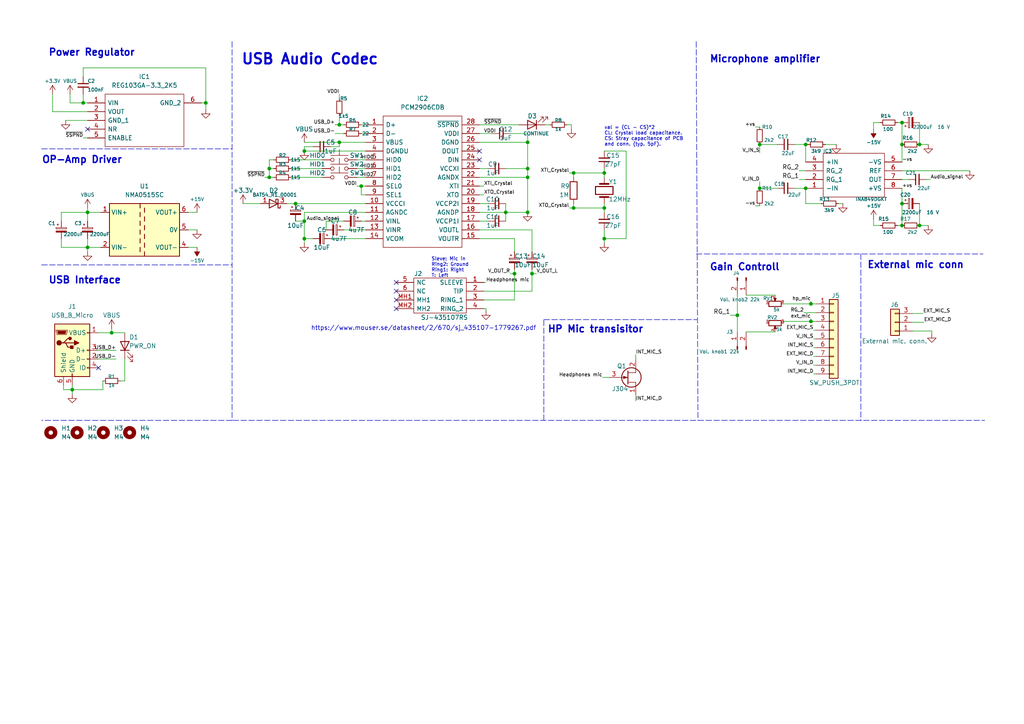
<source format=kicad_sch>
(kicad_sch (version 20211123) (generator eeschema)
  (paper "A4")
  (lib_symbols
    (symbol "Connector:Conn_01x02_Male" (pin_names (offset 1.016) hide)
      (property "Reference" "J" (at 0 2.54 0))
      (property "Value" "Conn_01x02_Male" (at 0 -5.08 0))
      (symbol "Conn_01x02_Male_1_1"
        (pin passive line (at 5.08 0 180) (length 3.81) (name "Pin_1") (number "1"))
        (pin passive line (at 5.08 -2.54 180) (length 3.81) (name "Pin_2") (number "2"))
      )
    )
    (symbol "Connector:USB_B_Micro" (pin_names (offset 1.016))
      (property "Reference" "J" (at -5.08 11.43 0))
      (property "Value" "USB_B_Micro" (at -5.08 8.89 0))
      (symbol "USB_B_Micro_1_1"
        (pin power_out line (at 7.62 5.08 180) (length 2.54) (name "VBUS") (number "1"))
        (pin bidirectional line (at 7.62 -2.54 180) (length 2.54) (name "D-") (number "2"))
        (pin bidirectional line (at 7.62 0 180) (length 2.54) (name "D+") (number "3"))
        (pin passive line (at 7.62 -5.08 180) (length 2.54) (name "ID") (number "4"))
        (pin power_out line (at 0 -10.16 90) (length 2.54) (name "GND") (number "5"))
        (pin passive line (at -2.54 -10.16 90) (length 2.54) (name "Shield") (number "6"))
      )
    )
    (symbol "Connector_Generic:Conn_01x03" (pin_names (offset 1.016) hide)
      (property "Reference" "J" (at 0 5.08 0))
      (property "Value" "Conn_01x03" (at 0 -5.08 0))
      (symbol "Conn_01x03_1_1"
        (pin passive line (at -5.08 2.54 0) (length 3.81) (name "Pin_1") (number "1"))
        (pin passive line (at -5.08 0 0) (length 3.81) (name "Pin_2") (number "2"))
        (pin passive line (at -5.08 -2.54 0) (length 3.81) (name "Pin_3") (number "3"))
      )
    )
    (symbol "Connector_Generic:Conn_01x09" (pin_names (offset 1.016) hide)
      (property "Reference" "J" (at 0 12.7 0))
      (property "Value" "Conn_01x09" (at 0 -12.7 0))
      (symbol "Conn_01x09_1_1"
        (pin passive line (at -5.08 10.16 0) (length 3.81) (name "Pin_1") (number "1"))
        (pin passive line (at -5.08 7.62 0) (length 3.81) (name "Pin_2") (number "2"))
        (pin passive line (at -5.08 5.08 0) (length 3.81) (name "Pin_3") (number "3"))
        (pin passive line (at -5.08 2.54 0) (length 3.81) (name "Pin_4") (number "4"))
        (pin passive line (at -5.08 0 0) (length 3.81) (name "Pin_5") (number "5"))
        (pin passive line (at -5.08 -2.54 0) (length 3.81) (name "Pin_6") (number "6"))
        (pin passive line (at -5.08 -5.08 0) (length 3.81) (name "Pin_7") (number "7"))
        (pin passive line (at -5.08 -7.62 0) (length 3.81) (name "Pin_8") (number "8"))
        (pin passive line (at -5.08 -10.16 0) (length 3.81) (name "Pin_9") (number "9"))
      )
    )
    (symbol "Device:C_Polarized_Small" (pin_numbers hide) (pin_names (offset 0.254) hide)
      (property "Reference" "C" (at 0.254 1.778 0))
      (property "Value" "C_Polarized_Small" (at 0.254 -2.032 0))
      (symbol "C_Polarized_Small_1_1"
        (pin passive line (at 0 2.54 270) (length 1.8542) (name "~") (number "1"))
        (pin passive line (at 0 -2.54 90) (length 1.8542) (name "~") (number "2"))
      )
    )
    (symbol "Device:C_Small" (pin_numbers hide) (pin_names (offset 0.254) hide)
      (property "Reference" "C" (at 0.254 1.778 0))
      (property "Value" "C_Small" (at 0.254 -2.032 0))
      (symbol "C_Small_1_1"
        (pin passive line (at 0 2.54 270) (length 2.032) (name "~") (number "1"))
        (pin passive line (at 0 -2.54 90) (length 2.032) (name "~") (number "2"))
      )
    )
    (symbol "Device:Crystal" (pin_numbers hide) (pin_names (offset 1.016) hide)
      (property "Reference" "Y" (at 0 3.81 0))
      (property "Value" "Crystal" (at 0 -3.81 0))
      (symbol "Crystal_1_1"
        (pin passive line (at -3.81 0 0) (length 1.27) (name "1") (number "1"))
        (pin passive line (at 3.81 0 180) (length 1.27) (name "2") (number "2"))
      )
    )
    (symbol "Device:LED" (pin_numbers hide) (pin_names (offset 1.016) hide)
      (property "Reference" "D" (at 0 2.54 0))
      (property "Value" "LED" (at 0 -2.54 0))
      (symbol "LED_1_1"
        (pin passive line (at -3.81 0 0) (length 2.54) (name "K") (number "1"))
        (pin passive line (at 3.81 0 180) (length 2.54) (name "A") (number "2"))
      )
    )
    (symbol "Device:R" (pin_numbers hide) (pin_names (offset 0))
      (property "Reference" "R" (at 2.032 0 90))
      (property "Value" "R" (at 0 0 90))
      (symbol "R_1_1"
        (pin passive line (at 0 3.81 270) (length 1.27) (name "~") (number "1"))
        (pin passive line (at 0 -3.81 90) (length 1.27) (name "~") (number "2"))
      )
    )
    (symbol "Device:R_Potentiometer_Small" (pin_names (offset 1.016) hide)
      (property "Reference" "RV" (at -4.445 0 90))
      (property "Value" "R_Potentiometer_Small" (at -2.54 0 90))
      (symbol "R_Potentiometer_Small_1_1"
        (pin passive line (at 0 2.54 270) (length 0.635) (name "1") (number "1"))
        (pin passive line (at 2.54 0 180) (length 0.9906) (name "2") (number "2"))
        (pin passive line (at 0 -2.54 90) (length 0.635) (name "3") (number "3"))
      )
    )
    (symbol "Device:R_Small" (pin_numbers hide) (pin_names (offset 0.254) hide)
      (property "Reference" "R" (at 0.762 0.508 0))
      (property "Value" "R_Small" (at 0.762 -1.016 0))
      (symbol "R_Small_1_1"
        (pin passive line (at 0 2.54 270) (length 0.762) (name "~") (number "1"))
        (pin passive line (at 0 -2.54 90) (length 0.762) (name "~") (number "2"))
      )
    )
    (symbol "Diode:BAT54W" (pin_names (offset 1.016) hide)
      (property "Reference" "D" (at 0 2.54 0))
      (property "Value" "BAT54W" (at 0 -2.54 0))
      (symbol "BAT54W_1_1"
        (pin passive line (at 3.81 0 180) (length 2.54) (name "A") (number "1"))
        (pin no_connect line (at 0 0 90) (length 2.54) hide (name "NC") (number "2"))
        (pin passive line (at -3.81 0 0) (length 2.54) (name "K") (number "3"))
      )
    )
    (symbol "Mechanical:MountingHole" (pin_names (offset 1.016))
      (property "Reference" "H" (at 0 5.08 0))
      (property "Value" "MountingHole" (at 0 3.175 0))
    )
    (symbol "Regulator_Switching:NMA0515SC"
      (property "Reference" "U" (at -10.16 8.89 0))
      (property "Value" "NMA0515SC" (at 0 8.89 0))
      (symbol "NMA0515SC_1_1"
        (pin power_in line (at -12.7 5.08 0) (length 2.54) (name "VIN+") (number "1"))
        (pin power_in line (at -12.7 -5.08 0) (length 2.54) (name "VIN-") (number "2"))
        (pin power_out line (at 12.7 -5.08 180) (length 2.54) (name "VOUT-") (number "4"))
        (pin power_out line (at 12.7 0 180) (length 2.54) (name "0V") (number "5"))
        (pin power_out line (at 12.7 5.08 180) (length 2.54) (name "VOUT+") (number "6"))
      )
    )
    (symbol "Switch:SW_Push" (pin_numbers hide) (pin_names (offset 1.016) hide)
      (property "Reference" "SW" (at 1.27 2.54 0))
      (property "Value" "SW_Push" (at 0 -1.524 0))
      (symbol "SW_Push_0_1"
        (pin passive line (at -5.08 0 0) (length 2.54) (name "1") (number "1"))
        (pin passive line (at 5.08 0 180) (length 2.54) (name "2") (number "2"))
      )
    )
    (symbol "Transistor_FET:BF545B" (pin_names hide)
      (property "Reference" "Q" (at 5.08 1.905 0))
      (property "Value" "BF545B" (at 5.08 0 0))
      (symbol "BF545B_1_1"
        (pin passive line (at 2.54 -5.08 90) (length 2.54) (name "S") (number "1"))
        (pin passive line (at 2.54 5.08 270) (length 2.54) (name "D") (number "2"))
        (pin input line (at -5.08 0 0) (length 2.54) (name "G") (number "3"))
      )
    )
    (symbol "global_lib:INA849DGKT" (pin_names (offset 0.762))
      (property "Reference" "IC" (at 24.13 7.62 0))
      (property "Value" "INA849DGKT" (at 24.13 5.08 0))
      (symbol "INA849DGKT_0_0"
        (pin passive line (at 0 0 0) (length 5.08) (name "-IN") (number "1"))
        (pin passive line (at 0 -2.54 0) (length 5.08) (name "RG_1") (number "2"))
        (pin passive line (at 0 -5.08 0) (length 5.08) (name "RG_2") (number "3"))
        (pin passive line (at 0 -7.62 0) (length 5.08) (name "+IN") (number "4"))
        (pin passive line (at 27.94 -7.62 180) (length 5.08) (name "-VS") (number "5"))
        (pin passive line (at 27.94 -5.08 180) (length 5.08) (name "REF") (number "6"))
        (pin passive line (at 27.94 -2.54 180) (length 5.08) (name "OUT") (number "7"))
        (pin passive line (at 27.94 0 180) (length 5.08) (name "+VS") (number "8"))
      )
    )
    (symbol "global_lib:PCM2906CDB" (pin_names (offset 0.762))
      (property "Reference" "IC" (at 5.08 6.35 0))
      (property "Value" "PCM2906CDB" (at 5.08 3.81 0))
      (symbol "PCM2906CDB_0_0"
        (pin passive line (at 0 0 0) (length 5.08) (name "D+") (number "1"))
        (pin passive line (at 0 -22.86 0) (length 5.08) (name "VCCCI") (number "10"))
        (pin passive line (at 0 -25.4 0) (length 5.08) (name "AGNDC") (number "11"))
        (pin passive line (at 0 -27.94 0) (length 5.08) (name "VINL") (number "12"))
        (pin passive line (at 0 -30.48 0) (length 5.08) (name "VINR") (number "13"))
        (pin passive line (at 0 -33.02 0) (length 5.08) (name "VCOM") (number "14"))
        (pin passive line (at 33.02 -33.02 180) (length 5.08) (name "VOUTR") (number "15"))
        (pin passive line (at 33.02 -30.48 180) (length 5.08) (name "VOUTL") (number "16"))
        (pin passive line (at 33.02 -27.94 180) (length 5.08) (name "VCCP1I") (number "17"))
        (pin passive line (at 33.02 -25.4 180) (length 5.08) (name "AGNDP") (number "18"))
        (pin passive line (at 33.02 -22.86 180) (length 5.08) (name "VCCP2I") (number "19"))
        (pin passive line (at 0 -2.54 0) (length 5.08) (name "D-") (number "2"))
        (pin passive line (at 33.02 -20.32 180) (length 5.08) (name "XTO") (number "20"))
        (pin passive line (at 33.02 -17.78 180) (length 5.08) (name "XTI") (number "21"))
        (pin passive line (at 33.02 -15.24 180) (length 5.08) (name "AGNDX") (number "22"))
        (pin passive line (at 33.02 -12.7 180) (length 5.08) (name "VCCXI") (number "23"))
        (pin passive line (at 33.02 -10.16 180) (length 5.08) (name "DIN") (number "24"))
        (pin passive line (at 33.02 -7.62 180) (length 5.08) (name "DOUT") (number "25"))
        (pin passive line (at 33.02 -5.08 180) (length 5.08) (name "DGND") (number "26"))
        (pin passive line (at 33.02 -2.54 180) (length 5.08) (name "VDDI") (number "27"))
        (pin passive line (at 33.02 0 180) (length 5.08) (name "~{SSPND}") (number "28"))
        (pin passive line (at 0 -5.08 0) (length 5.08) (name "VBUS") (number "3"))
        (pin passive line (at 0 -7.62 0) (length 5.08) (name "DGNDU") (number "4"))
        (pin passive line (at 0 -10.16 0) (length 5.08) (name "HID0") (number "5"))
        (pin passive line (at 0 -12.7 0) (length 5.08) (name "HID1") (number "6"))
        (pin passive line (at 0 -15.24 0) (length 5.08) (name "HID2") (number "7"))
        (pin passive line (at 0 -17.78 0) (length 5.08) (name "SEL0") (number "8"))
        (pin passive line (at 0 -20.32 0) (length 5.08) (name "SEL1") (number "9"))
      )
    )
    (symbol "global_lib:REG103GA-3.3_2K5" (pin_names (offset 0.762))
      (property "Reference" "IC" (at 29.21 7.62 0))
      (property "Value" "REG103GA-3.3_2K5" (at 29.21 5.08 0))
      (symbol "REG103GA-3.3_2K5_0_0"
        (pin passive line (at 0 0 0) (length 5.08) (name "VIN") (number "1"))
        (pin passive line (at 0 -2.54 0) (length 5.08) (name "VOUT") (number "2"))
        (pin passive line (at 0 -5.08 0) (length 5.08) (name "GND_1") (number "3"))
        (pin passive line (at 0 -7.62 0) (length 5.08) (name "NR") (number "4"))
        (pin passive line (at 0 -10.16 0) (length 5.08) (name "ENABLE") (number "5"))
        (pin passive line (at 33.02 0 180) (length 5.08) (name "GND_2") (number "6"))
      )
    )
    (symbol "global_lib:SJ-435107RS" (pin_names (offset 0.762))
      (property "Reference" "J?" (at -6.35 6.35 0))
      (property "Value" "SJ-435107RS" (at 2.54 -6.35 0))
      (symbol "SJ-435107RS_0_0"
        (pin passive line (at -12.7 3.81 0) (length 5.08) (name "SLEEVE") (number "1"))
        (pin passive line (at -12.7 1.27 0) (length 5.08) (name "TIP") (number "2"))
        (pin passive line (at -12.7 -1.27 0) (length 5.08) (name "RING_1") (number "3"))
        (pin passive line (at -12.7 -3.81 0) (length 5.08) (name "RING_2") (number "4"))
        (pin passive line (at 12.7 3.81 180) (length 5.08) (name "NC") (number "5"))
        (pin passive line (at 12.7 1.27 180) (length 5.08) (name "NC") (number "6"))
        (pin passive line (at 12.7 -1.27 180) (length 5.08) (name "MH1") (number "MH1"))
        (pin passive line (at 12.7 -3.81 180) (length 5.08) (name "MH2") (number "MH2"))
      )
    )
    (symbol "power:+15V" (power) (pin_names (offset 0))
      (property "Value" "+15V" (at 0 3.556 0))
      (symbol "+15V_1_1"
        (pin power_in line (at 0 0 90) (length 0) hide (name "+15V") (number "1"))
      )
    )
    (symbol "power:+3.3V" (power) (pin_names (offset 0))
      (property "Value" "+3.3V" (at 0 3.556 0))
      (symbol "+3.3V_1_1"
        (pin power_in line (at 0 0 90) (length 0) hide (name "+3.3V") (number "1"))
      )
    )
    (symbol "power:-15V" (power) (pin_names (offset 0))
      (property "Value" "-15V" (at 0 3.81 0))
      (symbol "-15V_0_0"
        (pin power_in line (at 0 0 90) (length 0) hide (name "-15V") (number "1"))
      )
    )
    (symbol "power:GND" (power) (pin_names (offset 0))
      (property "Value" "GND" (at 0 -3.81 0))
      (symbol "GND_1_1"
        (pin power_in line (at 0 0 270) (length 0) hide (name "GND") (number "1"))
      )
    )
    (symbol "power:VBUS" (power) (pin_names (offset 0))
      (property "Value" "VBUS" (at 0 3.81 0))
      (symbol "VBUS_1_1"
        (pin power_in line (at 0 0 90) (length 0) hide (name "VBUS") (number "1"))
      )
    )
  )
  (junction (at 266.7 41.91))
  (junction (at 235.204 93.218))
  (junction (at 261.62 35.56))
  (junction (at 20.955 113.03))
  (junction (at 153.035 41.275))
  (junction (at 175.26 69.215))
  (junction (at 175.26 50.165))
  (junction (at 166.37 60.325))
  (junction (at 59.69 29.845))
  (junction (at 235.204 88.138))
  (junction (at 149.225 79.375))
  (junction (at 98.425 41.275))
  (junction (at 266.7 65.405))
  (junction (at 261.62 41.91))
  (junction (at 213.868 91.44))
  (junction (at 153.035 61.595))
  (junction (at 32.385 96.52))
  (junction (at 104.775 53.975))
  (junction (at 166.37 50.165))
  (junction (at 220.345 41.91))
  (junction (at 154.305 79.375))
  (junction (at 78.105 48.895))
  (junction (at 25.4 61.595))
  (junction (at 24.13 29.845))
  (junction (at 175.26 60.325))
  (junction (at 146.685 61.595))
  (junction (at 88.265 43.815))
  (junction (at 25.4 71.755))
  (junction (at 220.345 54.61))
  (junction (at 88.265 69.215))
  (junction (at 261.62 65.405))
  (junction (at 261.62 59.055))
  (junction (at 88.265 64.135))
  (junction (at 233.68 54.61))
  (junction (at 98.425 36.195))
  (junction (at 153.035 51.435))
  (junction (at 78.105 51.435))
  (junction (at 233.68 41.91))
  (junction (at 153.035 48.895))
  (junction (at 85.725 59.055))
  (no_connect (at 114.935 86.995))
  (no_connect (at 25.4 37.465))
  (no_connect (at 139.065 43.815))
  (no_connect (at 114.935 84.455))
  (no_connect (at 114.935 81.915))
  (no_connect (at 28.575 106.68))
  (no_connect (at 114.935 89.535))
  (no_connect (at 139.065 46.355))
  (wire (pts (xy 88.265 70.485) (xy 88.265 69.215)))
  (wire (pts (xy 58.42 29.845) (xy 59.69 29.845)))
  (wire (pts (xy 165.1 60.325) (xy 166.37 60.325)))
  (wire (pts (xy 97.155 38.735) (xy 99.695 38.735)))
  (wire (pts (xy 231.775 49.53) (xy 233.68 49.53)))
  (wire (pts (xy 261.62 52.07) (xy 263.525 52.07)))
  (wire (pts (xy 154.305 84.455) (xy 140.335 84.455)))
  (wire (pts (xy 154.305 79.375) (xy 154.305 84.455)))
  (wire (pts (xy 233.68 41.91) (xy 233.68 46.99)))
  (wire (pts (xy 181.61 43.815) (xy 181.61 69.215)))
  (wire (pts (xy 104.775 53.975) (xy 104.775 56.515)))
  (wire (pts (xy 243.205 59.055) (xy 244.475 59.055)))
  (wire (pts (xy 88.265 42.545) (xy 88.265 43.815)))
  (wire (pts (xy 233.68 59.055) (xy 238.125 59.055)))
  (wire (pts (xy 165.735 36.195) (xy 165.735 37.465)))
  (wire (pts (xy 216.408 96.266) (xy 224.79 96.266)))
  (wire (pts (xy 140.97 89.535) (xy 140.97 90.17)))
  (wire (pts (xy 266.7 59.055) (xy 266.7 65.405)))
  (wire (pts (xy 78.105 48.895) (xy 79.375 48.895)))
  (wire (pts (xy 15.24 27.305) (xy 15.24 32.385)))
  (wire (pts (xy 103.505 53.975) (xy 104.775 53.975)))
  (wire (pts (xy 227.33 93.218) (xy 235.204 93.218)))
  (wire (pts (xy 20.955 113.03) (xy 20.955 114.3)))
  (wire (pts (xy 139.065 64.135) (xy 141.605 64.135)))
  (wire (pts (xy 216.408 85.598) (xy 224.79 85.598)))
  (wire (pts (xy 235.204 87.376) (xy 235.204 88.138)))
  (wire (pts (xy 24.13 27.305) (xy 24.13 29.845)))
  (wire (pts (xy 235.966 105.918) (xy 236.728 105.918)))
  (wire (pts (xy 227.33 88.138) (xy 235.204 88.138)))
  (wire (pts (xy 261.62 41.91) (xy 261.62 46.99)))
  (wire (pts (xy 88.265 61.595) (xy 106.045 61.595)))
  (wire (pts (xy 166.37 50.165) (xy 166.37 51.435)))
  (wire (pts (xy 184.404 114.554) (xy 184.404 116.332)))
  (wire (pts (xy 235.966 108.458) (xy 236.728 108.458)))
  (wire (pts (xy 140.335 56.515) (xy 139.065 56.515)))
  (wire (pts (xy 175.26 59.055) (xy 175.26 60.325)))
  (polyline (pts (xy 67.564 121.92) (xy 202.184 121.92)))
  (wire (pts (xy 83.185 59.055) (xy 85.725 59.055)))
  (wire (pts (xy 36.195 104.14) (xy 36.195 110.49)))
  (wire (pts (xy 24.13 40.005) (xy 25.4 40.005)))
  (wire (pts (xy 76.835 51.435) (xy 78.105 51.435)))
  (wire (pts (xy 235.966 103.378) (xy 236.728 103.378)))
  (wire (pts (xy 261.62 49.53) (xy 281.305 49.53)))
  (wire (pts (xy 233.172 90.678) (xy 236.728 90.678)))
  (wire (pts (xy 84.455 46.355) (xy 93.345 46.355)))
  (wire (pts (xy 175.26 50.165) (xy 175.26 51.435)))
  (wire (pts (xy 88.265 43.815) (xy 106.045 43.815)))
  (wire (pts (xy 79.375 46.355) (xy 78.105 46.355)))
  (wire (pts (xy 153.035 38.735) (xy 153.035 41.275)))
  (wire (pts (xy 146.685 59.055) (xy 146.685 61.595)))
  (wire (pts (xy 88.265 69.215) (xy 88.265 64.135)))
  (wire (pts (xy 174.752 109.474) (xy 176.784 109.474)))
  (wire (pts (xy 154.305 78.105) (xy 154.305 79.375)))
  (wire (pts (xy 165.1 50.165) (xy 166.37 50.165)))
  (wire (pts (xy 264.668 90.932) (xy 267.716 90.932)))
  (wire (pts (xy 213.868 85.598) (xy 213.868 91.44)))
  (wire (pts (xy 104.775 64.135) (xy 106.045 64.135)))
  (wire (pts (xy 28.575 96.52) (xy 32.385 96.52)))
  (wire (pts (xy 59.69 19.685) (xy 24.13 19.685)))
  (wire (pts (xy 219.075 36.83) (xy 220.345 36.83)))
  (polyline (pts (xy 201.93 73.66) (xy 285.115 73.66)))
  (wire (pts (xy 235.966 100.838) (xy 236.728 100.838)))
  (wire (pts (xy 24.13 19.685) (xy 24.13 22.225)))
  (polyline (pts (xy 157.734 92.71) (xy 202.184 92.71)))
  (wire (pts (xy 18.415 111.76) (xy 18.415 113.03)))
  (wire (pts (xy 261.62 59.055) (xy 261.62 65.405)))
  (wire (pts (xy 18.415 113.03) (xy 20.955 113.03)))
  (wire (pts (xy 20.955 111.76) (xy 20.955 113.03)))
  (wire (pts (xy 29.845 110.49) (xy 29.845 113.03)))
  (wire (pts (xy 95.885 42.545) (xy 98.425 42.545)))
  (wire (pts (xy 24.13 29.845) (xy 25.4 29.845)))
  (wire (pts (xy 54.61 66.675) (xy 57.15 66.675)))
  (wire (pts (xy 54.61 71.755) (xy 57.15 71.755)))
  (wire (pts (xy 239.395 41.91) (xy 242.57 41.91)))
  (wire (pts (xy 211.836 91.44) (xy 213.868 91.44)))
  (wire (pts (xy 175.26 43.815) (xy 181.61 43.815)))
  (wire (pts (xy 29.845 113.03) (xy 20.955 113.03)))
  (wire (pts (xy 153.035 51.435) (xy 153.035 61.595)))
  (polyline (pts (xy 12.065 76.835) (xy 67.31 76.835)))
  (wire (pts (xy 17.78 71.755) (xy 25.4 71.755)))
  (wire (pts (xy 15.24 32.385) (xy 25.4 32.385)))
  (wire (pts (xy 85.725 59.055) (xy 106.045 59.055)))
  (wire (pts (xy 149.225 78.105) (xy 149.225 79.375)))
  (wire (pts (xy 104.775 56.515) (xy 106.045 56.515)))
  (wire (pts (xy 261.62 54.61) (xy 261.62 59.055)))
  (wire (pts (xy 94.615 64.135) (xy 99.695 64.135)))
  (wire (pts (xy 139.065 61.595) (xy 146.685 61.595)))
  (wire (pts (xy 20.32 27.305) (xy 20.32 29.845)))
  (wire (pts (xy 97.155 36.195) (xy 98.425 36.195)))
  (wire (pts (xy 25.4 69.215) (xy 25.4 71.755)))
  (wire (pts (xy 261.62 35.56) (xy 261.62 41.91)))
  (wire (pts (xy 88.265 69.215) (xy 90.805 69.215)))
  (wire (pts (xy 175.26 61.595) (xy 175.26 60.325)))
  (wire (pts (xy 90.805 42.545) (xy 88.265 42.545)))
  (wire (pts (xy 154.305 79.375) (xy 155.575 79.375)))
  (wire (pts (xy 270.256 96.012) (xy 270.256 96.774)))
  (wire (pts (xy 25.4 73.025) (xy 25.4 71.755)))
  (wire (pts (xy 84.455 51.435) (xy 93.345 51.435)))
  (polyline (pts (xy 12.065 43.18) (xy 67.31 43.18)))
  (wire (pts (xy 25.4 61.595) (xy 29.21 61.595)))
  (wire (pts (xy 25.4 60.325) (xy 25.4 61.595)))
  (wire (pts (xy 175.26 48.895) (xy 175.26 50.165)))
  (wire (pts (xy 147.955 79.375) (xy 149.225 79.375)))
  (polyline (pts (xy 249.682 73.66) (xy 249.682 121.92)))
  (wire (pts (xy 32.385 96.52) (xy 32.385 95.25)))
  (wire (pts (xy 25.4 61.595) (xy 25.4 64.135)))
  (wire (pts (xy 140.335 81.915) (xy 140.97 81.915)))
  (wire (pts (xy 20.32 29.845) (xy 24.13 29.845)))
  (wire (pts (xy 268.605 52.07) (xy 269.875 52.07)))
  (wire (pts (xy 88.265 64.135) (xy 88.265 61.595)))
  (wire (pts (xy 231.775 52.07) (xy 233.68 52.07)))
  (wire (pts (xy 164.465 36.195) (xy 165.735 36.195)))
  (wire (pts (xy 233.68 54.61) (xy 233.68 59.055)))
  (wire (pts (xy 219.075 59.69) (xy 220.345 59.69)))
  (wire (pts (xy 146.685 48.895) (xy 153.035 48.895)))
  (wire (pts (xy 140.335 53.975) (xy 139.065 53.975)))
  (wire (pts (xy 94.615 66.675) (xy 94.615 64.135)))
  (wire (pts (xy 153.035 41.275) (xy 153.035 48.895)))
  (wire (pts (xy 78.105 51.435) (xy 79.375 51.435)))
  (wire (pts (xy 230.505 54.61) (xy 233.68 54.61)))
  (wire (pts (xy 225.425 54.61) (xy 220.345 54.61)))
  (wire (pts (xy 32.385 96.52) (xy 36.195 96.52)))
  (wire (pts (xy 103.505 51.435) (xy 106.045 51.435)))
  (wire (pts (xy 175.26 69.215) (xy 175.26 70.485)))
  (wire (pts (xy 154.305 66.675) (xy 154.305 73.025)))
  (wire (pts (xy 98.425 27.305) (xy 98.425 28.575)))
  (wire (pts (xy 166.37 60.325) (xy 175.26 60.325)))
  (wire (pts (xy 225.425 41.91) (xy 220.345 41.91)))
  (wire (pts (xy 59.69 19.685) (xy 59.69 29.845)))
  (wire (pts (xy 149.225 79.375) (xy 149.225 86.995)))
  (wire (pts (xy 98.425 42.545) (xy 98.425 41.275)))
  (wire (pts (xy 146.685 61.595) (xy 146.685 64.135)))
  (wire (pts (xy 149.225 86.995) (xy 140.335 86.995)))
  (wire (pts (xy 88.265 41.275) (xy 98.425 41.275)))
  (wire (pts (xy 264.668 96.012) (xy 270.256 96.012)))
  (polyline (pts (xy 67.31 12.065) (xy 67.31 121.92)))
  (wire (pts (xy 103.505 48.895) (xy 106.045 48.895)))
  (wire (pts (xy 139.065 48.895) (xy 141.605 48.895)))
  (wire (pts (xy 158.115 36.195) (xy 159.385 36.195)))
  (wire (pts (xy 139.065 69.215) (xy 149.225 69.215)))
  (wire (pts (xy 213.868 91.44) (xy 213.868 96.266)))
  (wire (pts (xy 253.365 35.56) (xy 253.365 37.465)))
  (wire (pts (xy 140.335 89.535) (xy 140.97 89.535)))
  (wire (pts (xy 175.26 66.675) (xy 175.26 69.215)))
  (wire (pts (xy 147.955 38.735) (xy 153.035 38.735)))
  (wire (pts (xy 235.204 88.138) (xy 236.728 88.138)))
  (wire (pts (xy 54.61 61.595) (xy 57.15 61.595)))
  (wire (pts (xy 85.725 64.135) (xy 88.265 64.135)))
  (wire (pts (xy 235.966 95.758) (xy 236.728 95.758)))
  (wire (pts (xy 220.345 41.91) (xy 220.345 44.3484)))
  (wire (pts (xy 17.78 64.135) (xy 17.78 61.595)))
  (wire (pts (xy 78.105 48.895) (xy 78.105 51.435)))
  (wire (pts (xy 266.7 35.56) (xy 266.7 41.91)))
  (wire (pts (xy 104.775 53.975) (xy 106.045 53.975)))
  (wire (pts (xy 28.575 104.14) (xy 33.655 104.14)))
  (wire (pts (xy 59.69 29.845) (xy 59.69 31.75)))
  (wire (pts (xy 25.4 71.755) (xy 29.21 71.755)))
  (polyline (pts (xy 157.734 121.92) (xy 157.734 92.71)))
  (wire (pts (xy 17.78 69.215) (xy 17.78 71.755)))
  (wire (pts (xy 220.345 52.6796) (xy 220.345 54.61)))
  (wire (pts (xy 98.425 41.275) (xy 106.045 41.275)))
  (polyline (pts (xy 67.31 121.92) (xy 12.065 121.92)))
  (wire (pts (xy 264.668 93.472) (xy 267.97 93.472)))
  (wire (pts (xy 70.485 59.055) (xy 75.565 59.055)))
  (wire (pts (xy 235.966 98.298) (xy 236.728 98.298)))
  (wire (pts (xy 266.7 41.91) (xy 269.24 41.91)))
  (wire (pts (xy 233.68 41.91) (xy 234.315 41.91)))
  (wire (pts (xy 266.7 65.405) (xy 269.24 65.405)))
  (wire (pts (xy 166.37 50.165) (xy 175.26 50.165)))
  (wire (pts (xy 175.26 69.215) (xy 181.61 69.215)))
  (wire (pts (xy 153.035 48.895) (xy 153.035 51.435)))
  (wire (pts (xy 260.35 35.56) (xy 261.62 35.56)))
  (wire (pts (xy 78.105 46.355) (xy 78.105 48.895)))
  (wire (pts (xy 98.425 33.655) (xy 98.425 36.195)))
  (wire (pts (xy 28.575 101.6) (xy 33.655 101.6)))
  (wire (pts (xy 253.365 65.405) (xy 255.27 65.405)))
  (polyline (pts (xy 201.93 12.065) (xy 202.438 121.92)))
  (wire (pts (xy 104.775 38.735) (xy 106.045 38.735)))
  (wire (pts (xy 235.204 93.218) (xy 236.728 93.218)))
  (wire (pts (xy 139.065 41.275) (xy 153.035 41.275)))
  (wire (pts (xy 230.505 41.91) (xy 233.68 41.91)))
  (wire (pts (xy 95.885 69.215) (xy 106.045 69.215)))
  (wire (pts (xy 149.225 69.215) (xy 149.225 73.025)))
  (wire (pts (xy 235.204 92.456) (xy 235.204 93.218)))
  (wire (pts (xy 99.695 66.675) (xy 106.045 66.675)))
  (wire (pts (xy 139.065 36.195) (xy 150.495 36.195)))
  (wire (pts (xy 98.425 36.195) (xy 99.695 36.195)))
  (wire (pts (xy 84.455 48.895) (xy 93.345 48.895)))
  (wire (pts (xy 19.05 34.925) (xy 25.4 34.925)))
  (wire (pts (xy 253.365 63.5) (xy 253.365 65.405)))
  (wire (pts (xy 104.775 36.195) (xy 106.045 36.195)))
  (wire (pts (xy 103.505 46.355) (xy 106.045 46.355)))
  (wire (pts (xy 146.685 61.595) (xy 153.035 61.595)))
  (wire (pts (xy 139.065 51.435) (xy 153.035 51.435)))
  (wire (pts (xy 184.404 102.87) (xy 184.404 104.394)))
  (wire (pts (xy 260.35 65.405) (xy 261.62 65.405)))
  (wire (pts (xy 139.065 38.735) (xy 142.875 38.735)))
  (wire (pts (xy 17.78 61.595) (xy 25.4 61.595)))
  (wire (pts (xy 253.365 35.56) (xy 255.27 35.56)))
  (wire (pts (xy 166.37 60.325) (xy 166.37 59.055)))
  (polyline (pts (xy 202.438 121.92) (xy 285.623 121.92)))
  (wire (pts (xy 139.065 59.055) (xy 141.605 59.055)))
  (wire (pts (xy 36.195 110.49) (xy 34.925 110.49)))
  (wire (pts (xy 227.33 93.726) (xy 227.33 93.218)))
  (wire (pts (xy 139.065 66.675) (xy 154.305 66.675)))
  (text "Sleve: Mic in\nRing2: Ground\nRing1: Right\nT: Left" (at 125.095 80.645 0) (effects (font (size 1 1)) (justify left bottom)))
  (text "OP-Amp Driver" (at 12.065 47.625 0) (effects (font (size 2 2) (thickness 0.4) bold) (justify left bottom)))
  (text "USB Interface" (at 13.97 82.55 0) (effects (font (size 2 2) (thickness 0.4) bold) (justify left bottom)))
  (text "Gain Controll" (at 205.74 78.74 0) (effects (font (size 2 2) (thickness 0.4) bold) (justify left bottom)))
  (text "USB Audio Codec" (at 69.85 19.05 0) (effects (font (size 3 3) (thickness 0.6) bold) (justify left bottom)))
  (text "External mic conn" (at 251.46 78.105 0) (effects (font (size 2 2) (thickness 0.4) bold) (justify left bottom)))
  (text "Power Regulator" (at 13.97 16.51 0) (effects (font (size 2 2) (thickness 0.4) bold) (justify left bottom)))
  (text "val = (CL - CS)*2\nCL: Crystal load capacitance.\nCS: Stray capacitance of PCB \nand conn. (typ. 5pF)." (at 175.26 42.545 0) (effects (font (size 1 1)) (justify left bottom)))
  (text "https://www.mouser.se/datasheet/2/670/sj_435107-1779267.pdf" (at 90.17 96.012 0) (effects (font (size 1.27 1.27)) (justify left bottom)))
  (text "Microphone amplifier" (at 205.74 18.415 0) (effects (font (size 2 2) (thickness 0.4) bold) (justify left bottom)))
  (text "HP Mic transisitor" (at 158.75 96.774 0) (effects (font (size 2 2) (thickness 0.4) bold) (justify left bottom)))
  (label "USB_D-" (at 97.155 38.735 180) (effects (font (size 1 1))))
  (label "RG_1" (at 211.836 91.44 180))
  (label "+vs" (at 261.62 54.61 0) (effects (font (size 1 1))))
  (label "USB_D+" (at 97.155 36.195 180) (effects (font (size 1 1))))
  (label "~{SSPND}" (at 76.835 51.435 180) (effects (font (size 1 1))))
  (label "+vs" (at 219.075 36.83 180) (effects (font (size 1 1))))
  (label "EXT_MIC_S" (at 267.716 90.932 0) (effects (font (size 1 1))))
  (label "~{SSPND}" (at 24.13 40.005 180) (effects (font (size 1 1))))
  (label "XTI_Crystal" (at 165.1 50.165 180) (effects (font (size 1 1))))
  (label "XTO_Crystal" (at 140.335 56.515 0) (effects (font (size 1 1))))
  (label "~{SSPND}" (at 140.335 36.195 0) (effects (font (size 1 1))))
  (label "Headphones mic" (at 140.97 81.915 0) (effects (font (size 1 1))))
  (label "EXT_MIC_D" (at 235.966 103.378 180) (effects (font (size 1 1))))
  (label "EXT_MIC_D" (at 267.97 93.472 0) (effects (font (size 1 1))))
  (label "ext_mic" (at 235.204 92.456 180) (effects (font (size 1 1))))
  (label "hp_mic" (at 235.204 87.376 180) (effects (font (size 1 1))))
  (label "INT_MIC_S" (at 235.966 100.838 180) (effects (font (size 1 1))))
  (label "V_IN_S" (at 220.345 44.3484 180) (effects (font (size 1 1))))
  (label "USB_D+" (at 33.655 101.6 180) (effects (font (size 1 1))))
  (label "RG_1" (at 231.775 52.07 180))
  (label "XTI_Crystal" (at 140.335 53.975 0) (effects (font (size 1 1))))
  (label "HID2" (at 104.775 51.435 0) (effects (font (size 1 1))))
  (label "VDDI" (at 140.335 38.735 0) (effects (font (size 1 1))))
  (label "RG_2" (at 231.775 49.53 180))
  (label "V_IN_S" (at 235.966 98.298 180) (effects (font (size 1 1))))
  (label "-vs" (at 261.62 46.99 0) (effects (font (size 1 1))))
  (label "Headphones mic" (at 174.752 109.474 180) (effects (font (size 1 1))))
  (label "RG_2" (at 233.172 90.678 180) (effects (font (size 1 1))))
  (label "INT_MIC_D" (at 184.404 116.332 0) (effects (font (size 1 1))))
  (label "HID1" (at 104.775 48.895 0) (effects (font (size 1 1))))
  (label "VDDI" (at 103.505 53.975 180) (effects (font (size 1 1))))
  (label "EXT_MIC_S" (at 235.966 95.758 180) (effects (font (size 1 1))))
  (label "INT_MIC_S" (at 184.404 102.87 0) (effects (font (size 1 1))))
  (label "V_OUT_R" (at 147.955 79.375 180) (effects (font (size 1 1))))
  (label "HID0" (at 104.775 46.355 0) (effects (font (size 1 1))))
  (label "USB_D-" (at 33.655 104.14 180) (effects (font (size 1 1))))
  (label "Audio_signal" (at 269.875 52.07 0) (effects (font (size 1 1))))
  (label "-vs" (at 219.075 59.69 180) (effects (font (size 1 1))))
  (label "V_IN_D" (at 220.345 52.6796 180) (effects (font (size 1 1))))
  (label "VDDI" (at 98.425 27.305 180) (effects (font (size 1 1))))
  (label "XTO_Crystal" (at 165.1 60.325 180) (effects (font (size 1 1))))
  (label "V_OUT_L" (at 155.575 79.375 0) (effects (font (size 1 1))))
  (label "Audio_signal" (at 98.425 64.135 180) (effects (font (size 1 1))))
  (label "V_IN_D" (at 235.966 105.918 180) (effects (font (size 1 1))))
  (label "INT_MIC_D" (at 235.966 108.458 180) (effects (font (size 1 1))))
  (symbol (lib_id "Device:C_Polarized_Small") (at 97.155 66.675 270) (unit 1)
    (property "Reference" "C7" (at 95.885 64.135 90) (effects (justify left)))
    (property "Value" "4u7F" (at 95.885 69.215 90) (effects (justify left)))
    (property "Footprint" "Capacitor_THT:CP_Radial_D8.0mm_P5.00mm" (effects hide))
  )
  (symbol (lib_id "Device:C_Small") (at 144.145 48.895 90) (unit 1)
    (property "Reference" "C9" (at 142.875 47.625 90))
    (property "Value" "1uF" (at 142.875 50.165 90))
    (property "Footprint" "Capacitor_SMD:C_0805_2012Metric_Pad1.18x1.45mm_HandSolder" (effects hide))
  )
  (symbol (lib_id "Device:C_Small") (at 266.065 52.07 90) (unit 1)
    (property "Reference" "C21" (at 264.16 50.165 90) (effects (font (size 1 1))))
    (property "Value" "22uF" (at 267.97 54.61 90) (effects (font (size 1 1))))
    (property "Footprint" "Capacitor_THT:CP_Radial_D8.0mm_P5.00mm" (effects hide))
  )
  (symbol (lib_id "Connector_Generic:Conn_01x03") (at 259.588 93.472 180) (unit 1)
    (property "Reference" "J6" (at 259.461 88.392 0))
    (property "Value" "External mic. conn." (at 259.461 98.933 0))
  )
  (symbol (lib_id "Device:C_Polarized_Small") (at 102.235 64.135 270) (unit 1)
    (property "Reference" "C8" (at 100.965 61.595 90) (effects (justify left)))
    (property "Value" "4u7F" (at 100.965 66.675 90) (effects (justify left)))
    (property "Footprint" "Capacitor_THT:CP_Radial_D8.0mm_P5.00mm" (effects hide))
  )
  (symbol (lib_id "Switch:SW_Push") (at 98.425 46.355 0) (unit 1)
    (property "Reference" "SW1" (at 103.505 45.085 0))
    (property "Value" "HID0" (at 92.075 45.085 0))
    (property "Footprint" "Connector_JST:JST_XH_B2B-XH-AM_1x02_P2.50mm_Vertical" (effects hide))
  )
  (symbol (lib_id "Connector_Generic:Conn_01x09") (at 241.808 98.298 0) (unit 1)
    (property "Reference" "J5" (at 241.173 85.725 0) (effects (justify left)))
    (property "Value" "SW_PUSH_3PDT" (at 234.696 110.998 0) (effects (justify left)))
  )
  (symbol (lib_id "power:+15V") (at 57.15 61.595 0) (unit 1)
    (property "Reference" "#PWR08" (effects hide))
    (property "Value" "+15V" (at 57.15 57.785 0) (effects (font (size 1 1))))
  )
  (symbol (lib_id "Mechanical:MountingHole") (at 29.972 125.476 0) (unit 1)
    (property "Reference" "H3" (at 33.02 124.2059 0) (effects (justify left)))
    (property "Value" "M4" (at 33.02 126.7459 0) (effects (justify left)))
    (property "Footprint" "MountingHole:MountingHole_4.3mm_M4_Pad" (effects hide))
  )
  (symbol (lib_id "Device:C_Polarized_Small") (at 149.225 75.565 0) (unit 1)
    (property "Reference" "C13" (at 149.225 74.295 0) (effects (justify left)))
    (property "Value" "10uF" (at 149.225 76.835 0) (effects (justify left)))
    (property "Footprint" "Capacitor_THT:CP_Radial_D8.0mm_P5.00mm" (effects hide))
  )
  (symbol (lib_id "Device:R_Potentiometer_Small") (at 224.79 93.726 90) (mirror x) (unit 1)
    (property "Reference" "RV2" (at 222.504 92.075 90) (effects (font (size 1 1)) (justify right)))
    (property "Value" "5k" (at 225.044 95.504 90) (effects (font (size 1 1)) (justify right)))
    (property "Footprint" "IC_Downloaded:3362P_1" (effects hide))
  )
  (symbol (lib_id "global_lib:PCM2906CDB") (at 106.045 36.195 0) (unit 1)
    (property "Reference" "IC2" (at 122.555 28.575 0))
    (property "Value" "PCM2906CDB" (at 122.555 31.115 0))
    (property "Footprint" "Package_SO:SOP65P780X200-28N" (effects hide))
    (property "Datasheet" "http://www.ti.com/lit/ds/symlink/pcm2906c.pdf" (effects hide))
    (property "Description" "PCM2906CDB, Audio Encoder and Decoder IC Stereo Audio Stereo-channel 16bit- 48kHz USB 28-Pin SSOP" (effects hide))
    (property "Height" "2" (effects hide))
    (property "Manufacturer_Name" "Texas Instruments" (effects hide))
    (property "Manufacturer_Part_Number" "PCM2906CDB" (effects hide))
    (property "Mouser Part Number" "595-PCM2906CDB" (effects hide))
    (property "Mouser Price/Stock" "https://www.mouser.co.uk/ProductDetail/Texas-Instruments/PCM2906CDB?qs=5kMjoDYFkgh1z8LWKbLx7A%3D%3D" (effects hide))
    (property "Arrow Part Number" "PCM2906CDB" (effects hide))
    (property "Arrow Price/Stock" "https://www.arrow.com/en/products/pcm2906cdb/texas-instruments?region=nac" (effects hide))
  )
  (symbol (lib_id "Device:R_Small") (at 98.425 31.115 180) (unit 1)
    (property "Reference" "R5" (at 99.695 28.575 0) (effects (font (size 1 1))))
    (property "Value" "1k5" (at 99.695 33.655 0) (effects (font (size 1 1))))
    (property "Footprint" "Resistor_SMD:R_0805_2012Metric_Pad1.20x1.40mm_HandSolder" (effects hide))
  )
  (symbol (lib_id "Device:LED") (at 36.195 100.33 90) (unit 1)
    (property "Reference" "D1" (at 37.465 97.79 90) (effects (justify right)))
    (property "Value" "PWR_ON" (at 37.465 100.33 90) (effects (justify right)))
    (property "Footprint" "Diode_SMD:D_0805_2012Metric_Pad1.15x1.40mm_HandSolder" (effects hide))
  )
  (symbol (lib_id "power:GND") (at 20.955 114.3 0) (unit 1)
    (property "Reference" "#PWR04" (effects hide))
    (property "Value" "GND" (effects hide))
  )
  (symbol (lib_id "Transistor_FET:BF545B") (at 181.864 109.474 0) (unit 1)
    (property "Reference" "Q1" (at 178.943 106.172 0) (effects (justify left)))
    (property "Value" "J304" (at 177.419 112.776 0) (effects (justify left)))
    (property "Footprint" "Package_TO_SOT_SMD:SOT-23" (effects hide))
    (property "Datasheet" "https://www.nxp.com/docs/en/data-sheet/BF545A_BF545B_BF545C.pdf" (effects hide))
  )
  (symbol (lib_id "Diode:BAT54W") (at 79.375 59.055 180) (unit 1)
    (property "Reference" "D2" (at 79.375 55.245 0))
    (property "Value" "BAT54_R1_00001" (at 79.6925 56.515 0) (effects (font (size 1 1))))
    (property "Footprint" "Package_TO_SOT_SMD:SOT-323_SC-70_Handsoldering" (effects hide))
    (property "Datasheet" "https://assets.nexperia.com/documents/data-sheet/BAT54W_SER.pdf" (effects hide))
  )
  (symbol (lib_id "power:GND") (at 165.735 37.465 0) (unit 1)
    (property "Reference" "#PWR018" (effects hide))
    (property "Value" "GND" (effects hide))
  )
  (symbol (lib_id "Switch:SW_Push") (at 98.425 51.435 0) (unit 1)
    (property "Reference" "SW3" (at 103.505 50.165 0))
    (property "Value" "HID2" (at 92.075 50.165 0))
    (property "Footprint" "Connector_JST:JST_XH_B2B-XH-AM_1x02_P2.50mm_Vertical" (effects hide))
  )
  (symbol (lib_id "Device:C_Small") (at 144.145 64.135 90) (unit 1)
    (property "Reference" "C11" (at 142.875 62.865 90))
    (property "Value" "1uF" (at 142.875 65.405 90))
    (property "Footprint" "Capacitor_SMD:C_0805_2012Metric_Pad1.18x1.45mm_HandSolder" (effects hide))
  )
  (symbol (lib_id "power:GND") (at 25.4 73.025 0) (unit 1)
    (property "Reference" "#PWR06" (effects hide))
    (property "Value" "GND" (effects hide))
  )
  (symbol (lib_id "Device:R") (at 166.37 55.245 0) (unit 1)
    (property "Reference" "R9" (at 162.56 53.975 0) (effects (justify left)))
    (property "Value" "1M" (at 165.1 56.515 0) (effects (justify right)))
    (property "Footprint" "Resistor_SMD:R_0805_2012Metric_Pad1.20x1.40mm_HandSolder" (effects hide))
  )
  (symbol (lib_id "power:-15V") (at 253.365 37.465 180) (unit 1)
    (property "Reference" "#PWR022" (effects hide))
    (property "Value" "-15V" (at 253.365 41.275 0) (effects (font (size 1 1))))
  )
  (symbol (lib_id "Device:R_Small") (at 220.345 57.15 0) (unit 1)
    (property "Reference" "R11" (at 220.98 54.61 0) (effects (font (size 1 1)) (justify left)))
    (property "Value" "2k2" (at 221.615 59.055 0) (effects (font (size 1 1)) (justify left)))
    (property "Footprint" "Resistor_SMD:R_0805_2012Metric_Pad1.20x1.40mm_HandSolder" (effects hide))
  )
  (symbol (lib_id "Device:C_Small") (at 227.965 41.91 90) (unit 1)
    (property "Reference" "C17" (at 227.076 39.624 90) (effects (font (size 1 1))))
    (property "Value" "22uF" (at 228.6 44.45 90) (effects (font (size 1 1))))
    (property "Footprint" "Capacitor_THT:CP_Radial_D8.0mm_P5.00mm" (effects hide))
  )
  (symbol (lib_id "Device:R_Small") (at 257.81 35.56 90) (unit 1)
    (property "Reference" "R14" (at 258.445 33.655 90) (effects (font (size 1 1)) (justify left)))
    (property "Value" "100" (at 259.08 37.465 90) (effects (font (size 1 1)) (justify left)))
    (property "Footprint" "Resistor_SMD:R_0805_2012Metric_Pad1.20x1.40mm_HandSolder" (effects hide))
  )
  (symbol (lib_id "Device:C_Small") (at 175.26 46.355 180) (unit 1)
    (property "Reference" "C15" (at 177.8 45.085 0))
    (property "Value" "27pF" (at 177.8 47.625 0))
    (property "Footprint" "Capacitor_SMD:C_0805_2012Metric_Pad1.18x1.45mm_HandSolder" (effects hide))
  )
  (symbol (lib_id "Device:C_Small") (at 175.26 64.135 180) (unit 1)
    (property "Reference" "C16" (at 177.8 62.865 0))
    (property "Value" "27pF" (at 177.8 65.405 0))
    (property "Footprint" "Capacitor_SMD:C_0805_2012Metric_Pad1.18x1.45mm_HandSolder" (effects hide))
  )
  (symbol (lib_id "power:GND") (at 140.97 90.17 0) (unit 1)
    (property "Reference" "#PWR016" (effects hide))
    (property "Value" "GND" (effects hide))
  )
  (symbol (lib_id "power:GND") (at 88.265 43.815 0) (unit 1)
    (property "Reference" "#PWR014" (effects hide))
    (property "Value" "GND" (effects hide))
  )
  (symbol (lib_id "Device:R_Small") (at 257.81 65.405 90) (mirror x) (unit 1)
    (property "Reference" "R15" (at 257.81 63.5 90) (effects (font (size 1 1)) (justify left)))
    (property "Value" "100" (at 259.08 67.31 90) (effects (font (size 1 1)) (justify left)))
    (property "Footprint" "Resistor_SMD:R_0805_2012Metric_Pad1.20x1.40mm_HandSolder" (effects hide))
  )
  (symbol (lib_id "Device:R_Small") (at 264.16 41.91 90) (unit 1)
    (property "Reference" "R16" (at 264.795 40.005 90) (effects (font (size 1 1)) (justify left)))
    (property "Value" "2k2" (at 266.065 43.815 90) (effects (font (size 1 1)) (justify left)))
    (property "Footprint" "Resistor_SMD:R_0805_2012Metric_Pad1.20x1.40mm_HandSolder" (effects hide))
  )
  (symbol (lib_id "Device:C_Polarized_Small") (at 154.305 75.565 0) (unit 1)
    (property "Reference" "C14" (at 154.305 74.295 0) (effects (justify left)))
    (property "Value" "10uF" (at 154.305 76.835 0) (effects (justify left)))
    (property "Footprint" "Capacitor_THT:CP_Radial_D8.0mm_P5.00mm" (effects hide))
  )
  (symbol (lib_id "Device:C_Polarized_Small") (at 85.725 61.595 0) (unit 1)
    (property "Reference" "C4" (at 86.995 60.325 0))
    (property "Value" "10uF" (at 85.725 65.405 0))
    (property "Footprint" "Capacitor_THT:CP_Radial_D8.0mm_P5.00mm" (effects hide))
  )
  (symbol (lib_id "power:GND") (at 175.26 70.485 0) (unit 1)
    (property "Reference" "#PWR019" (effects hide))
    (property "Value" "GND" (effects hide))
  )
  (symbol (lib_id "power:GND") (at 269.24 65.405 0) (mirror y) (unit 1)
    (property "Reference" "#PWR025" (effects hide))
    (property "Value" "GND" (effects hide))
  )
  (symbol (lib_id "Regulator_Switching:NMA0515SC") (at 41.91 66.675 0) (unit 1)
    (property "Reference" "U1" (at 41.91 53.975 0))
    (property "Value" "NMA0515SC" (at 41.91 56.515 0))
    (property "Footprint" "Converter_DCDC:Converter_DCDC_Murata_NMAxxxxSC_THT" (effects hide))
    (property "Datasheet" "http://power.murata.com/data/power/ncl/kdc_nma.pdf" (effects hide))
  )
  (symbol (lib_id "Connector:Conn_01x02_Male") (at 213.868 101.346 90) (unit 1)
    (property "Reference" "J3" (at 212.598 96.266 90) (effects (font (size 1 1)) (justify left)))
    (property "Value" "Vol. knob1 22k" (at 214.503 101.981 90) (effects (font (size 1 1)) (justify left)))
    (property "Footprint" "Connector_JST:JST_XH_B2B-XH-AM_1x02_P2.50mm_Vertical" (effects hide))
  )
  (symbol (lib_id "Device:R_Small") (at 236.855 41.91 90) (unit 1)
    (property "Reference" "R12" (at 236.855 40.64 90) (effects (font (size 1 1)) (justify left)))
    (property "Value" "3k9" (at 238.125 43.815 90) (effects (font (size 1 1)) (justify left)))
    (property "Footprint" "Resistor_SMD:R_0805_2012Metric_Pad1.20x1.40mm_HandSolder" (effects hide))
  )
  (symbol (lib_id "Device:C_Small") (at 93.345 42.545 90) (unit 1)
    (property "Reference" "C5" (at 95.885 41.275 90))
    (property "Value" "1uF" (at 95.885 43.815 90))
    (property "Footprint" "Capacitor_SMD:C_0805_2012Metric_Pad1.18x1.45mm_HandSolder" (effects hide))
  )
  (symbol (lib_id "Device:C_Small") (at 144.145 59.055 90) (unit 1)
    (property "Reference" "C10" (at 142.875 57.785 90))
    (property "Value" "1uF" (at 142.875 60.325 90))
    (property "Footprint" "Capacitor_SMD:C_0805_2012Metric_Pad1.18x1.45mm_HandSolder" (effects hide))
  )
  (symbol (lib_id "Device:R_Small") (at 81.915 51.435 90) (unit 1)
    (property "Reference" "R4" (at 81.915 50.165 90) (effects (font (size 1 1))))
    (property "Value" "1k5" (at 85.725 51.435 90) (effects (font (size 1 1))))
    (property "Footprint" "Resistor_SMD:R_0805_2012Metric_Pad1.20x1.40mm_HandSolder" (effects hide))
  )
  (symbol (lib_id "power:GND") (at 242.57 41.91 0) (unit 1)
    (property "Reference" "#PWR020" (effects hide))
    (property "Value" "GND" (effects hide))
  )
  (symbol (lib_id "power:VBUS") (at 88.265 41.275 0) (unit 1)
    (property "Reference" "#PWR013" (effects hide))
    (property "Value" "VBUS" (at 88.265 37.465 0))
  )
  (symbol (lib_id "Device:C_Small") (at 145.415 38.735 90) (unit 1)
    (property "Reference" "C12" (at 146.685 37.465 90))
    (property "Value" "1uF" (at 146.685 40.005 90))
    (property "Footprint" "Capacitor_SMD:C_0805_2012Metric_Pad1.18x1.45mm_HandSolder" (effects hide))
  )
  (symbol (lib_id "global_lib:REG103GA-3.3_2K5") (at 25.4 29.845 0) (unit 1)
    (property "Reference" "IC1" (at 41.91 22.225 0))
    (property "Value" "REG103GA-3.3_2K5" (at 41.91 24.765 0))
    (property "Footprint" "IC_Downloaded:SOT127P706X180-6N" (effects hide))
    (property "Datasheet" "https://www.ti.com/lit/gpn/REG103" (effects hide))
    (property "Description" "LDO Voltage Regulators DMOS 500mA LDO Reg" (effects hide))
    (property "Height" "1.8" (effects hide))
    (property "Manufacturer_Name" "Texas Instruments" (effects hide))
    (property "Manufacturer_Part_Number" "REG103GA-3.3/2K5" (effects hide))
    (property "Mouser Part Number" "595-REG103GA-3.3/2K5" (effects hide))
    (property "Mouser Price/Stock" "https://www.mouser.co.uk/ProductDetail/Texas-Instruments/REG103GA-33-2K5?qs=sSOk4GDDv7x8DgaL5kJlRg%3D%3D" (effects hide))
    (property "Arrow Part Number" "REG103GA-3.3/2K5" (effects hide))
    (property "Arrow Price/Stock" "https://www.arrow.com/en/products/reg103ga-3.32k5/texas-instruments?region=nac" (effects hide))
  )
  (symbol (lib_id "power:GND") (at 57.15 66.675 0) (unit 1)
    (property "Reference" "#PWR09" (effects hide))
    (property "Value" "GND" (effects hide))
  )
  (symbol (lib_id "Device:R_Small") (at 220.345 39.37 0) (unit 1)
    (property "Reference" "R10" (at 220.98 36.83 0) (effects (font (size 1 1)) (justify left)))
    (property "Value" "2k2" (at 221.615 40.64 0) (effects (font (size 1 1)) (justify left)))
    (property "Footprint" "Resistor_SMD:R_0805_2012Metric_Pad1.20x1.40mm_HandSolder" (effects hide))
  )
  (symbol (lib_id "power:GND") (at 270.256 96.774 0) (unit 1)
    (property "Reference" "#PWR026" (effects hide))
    (property "Value" "GND" (effects hide))
  )
  (symbol (lib_id "Device:R_Small") (at 102.235 36.195 270) (unit 1)
    (property "Reference" "R6" (at 102.235 34.925 90) (effects (font (size 1 1))))
    (property "Value" "22" (at 106.045 36.195 90) (effects (font (size 1 1))))
    (property "Footprint" "Resistor_SMD:R_0805_2012Metric_Pad1.20x1.40mm_HandSolder" (effects hide))
  )
  (symbol (lib_id "Device:R_Small") (at 264.16 65.405 90) (mirror x) (unit 1)
    (property "Reference" "R17" (at 264.16 63.5 90) (effects (font (size 1 1)) (justify left)))
    (property "Value" "2k2" (at 266.065 67.31 90) (effects (font (size 1 1)) (justify left)))
    (property "Footprint" "Resistor_SMD:R_0805_2012Metric_Pad1.20x1.40mm_HandSolder" (effects hide))
  )
  (symbol (lib_id "Device:C_Polarized_Small") (at 264.16 59.055 90) (mirror x) (unit 1)
    (property "Reference" "C20" (at 264.16 56.515 90) (effects (font (size 1 1)) (justify left)))
    (property "Value" "2200uF  16 V" (at 272.415 61.595 90) (effects (font (size 1 1)) (justify left)))
    (property "Footprint" "Capacitor_THT:CP_Radial_D12.5mm_P5.00mm" (effects hide))
  )
  (symbol (lib_id "Device:C_Polarized_Small") (at 25.4 66.675 0) (unit 1)
    (property "Reference" "C3" (at 21.59 64.77 0) (effects (font (size 1 1)) (justify left)))
    (property "Value" "2200uF" (at 26.035 67.945 0) (effects (font (size 1 1)) (justify left)))
    (property "Footprint" "Capacitor_SMD:C_0805_2012Metric_Pad1.18x1.45mm_HandSolder" (effects hide))
  )
  (symbol (lib_id "Switch:SW_Push") (at 98.425 48.895 0) (unit 1)
    (property "Reference" "SW2" (at 103.505 47.625 0))
    (property "Value" "HID1" (at 92.075 47.625 0))
    (property "Footprint" "Connector_JST:JST_XH_B2B-XH-AM_1x02_P2.50mm_Vertical" (effects hide))
  )
  (symbol (lib_id "Device:C_Polarized_Small") (at 264.16 35.56 90) (unit 1)
    (property "Reference" "C19" (at 264.795 33.02 90) (effects (font (size 1 1)) (justify left)))
    (property "Value" "2200uF  16 V" (at 275.59 36.83 90) (effects (font (size 1 1)) (justify left)))
    (property "Footprint" "Capacitor_THT:CP_Radial_D12.5mm_P5.00mm" (effects hide))
  )
  (symbol (lib_id "global_lib:SJ-435107RS") (at 127.635 85.725 0) (mirror y) (unit 1)
    (property "Reference" "J2" (at 121.285 79.375 0))
    (property "Value" "SJ-435107RS" (at 128.905 92.075 0))
    (property "Footprint" "IC_Downloaded:SJ435107RS" (effects hide))
    (property "Datasheet" "https://datasheet.datasheetarchive.com/originals/distributors/Datasheets-SFU1/DSASFU10007031.pdf" (effects hide))
    (property "Description" "Phone Connectors Audio Jacks" (effects hide))
    (property "Height" "8.8" (effects hide))
    (property "Manufacturer_Name" "CUI Inc." (effects hide))
    (property "Manufacturer_Part_Number" "SJ-435107RS" (effects hide))
    (property "Mouser Part Number" "490-SJ-435107RS" (effects hide))
    (property "Mouser Price/Stock" "https://www.mouser.co.uk/ProductDetail/CUI-Devices/SJ-435107RS?qs=WyjlAZoYn503ZiwL%252BBtyfg%3D%3D" (effects hide))
    (property "Arrow Part Number" "SJ-435107RS" (effects hide))
    (property "Arrow Price/Stock" "https://www.arrow.com/en/products/sj-435107rs/cui-devices?region=nac" (effects hide))
  )
  (symbol (lib_id "Device:R_Small") (at 240.665 59.055 90) (unit 1)
    (property "Reference" "R13" (at 240.665 57.785 90) (effects (font (size 1 1)) (justify left)))
    (property "Value" "3k9" (at 241.935 60.96 90) (effects (font (size 1 1)) (justify left)))
    (property "Footprint" "Resistor_SMD:R_0805_2012Metric_Pad1.20x1.40mm_HandSolder" (effects hide))
  )
  (symbol (lib_id "Mechanical:MountingHole") (at 37.592 125.476 0) (unit 1)
    (property "Reference" "H4" (at 40.64 124.2059 0) (effects (justify left)))
    (property "Value" "M4" (at 40.64 126.7459 0) (effects (justify left)))
    (property "Footprint" "MountingHole:MountingHole_4.3mm_M4_Pad" (effects hide))
  )
  (symbol (lib_id "Device:R_Small") (at 81.915 46.355 90) (unit 1)
    (property "Reference" "R2" (at 81.915 45.085 90) (effects (font (size 1 1))))
    (property "Value" "1k5" (at 85.725 46.355 90) (effects (font (size 1 1))))
    (property "Footprint" "Resistor_SMD:R_0805_2012Metric_Pad1.20x1.40mm_HandSolder" (effects hide))
  )
  (symbol (lib_id "Device:R_Small") (at 81.915 48.895 90) (unit 1)
    (property "Reference" "R3" (at 81.915 47.625 90) (effects (font (size 1 1))))
    (property "Value" "1k5" (at 85.725 48.895 90) (effects (font (size 1 1))))
    (property "Footprint" "Resistor_SMD:R_0805_2012Metric_Pad1.20x1.40mm_HandSolder" (effects hide))
  )
  (symbol (lib_id "power:VBUS") (at 20.32 27.305 0) (unit 1)
    (property "Reference" "#PWR03" (effects hide))
    (property "Value" "VBUS" (at 20.32 23.495 0) (effects (font (size 1 1))))
  )
  (symbol (lib_id "power:GND") (at 59.69 31.75 0) (unit 1)
    (property "Reference" "#PWR011" (effects hide))
    (property "Value" "GND" (effects hide))
  )
  (symbol (lib_id "Device:R_Small") (at 102.235 38.735 270) (unit 1)
    (property "Reference" "R7" (at 102.235 37.465 90) (effects (font (size 1 1))))
    (property "Value" "22" (at 106.045 38.735 90) (effects (font (size 1 1))))
    (property "Footprint" "Resistor_SMD:R_0805_2012Metric_Pad1.20x1.40mm_HandSolder" (effects hide))
  )
  (symbol (lib_id "Connector:Conn_01x02_Male") (at 216.408 80.518 270) (unit 1)
    (property "Reference" "J4" (at 212.598 79.248 90) (effects (font (size 1 1)) (justify left)))
    (property "Value" "Vol. knob2 22k" (at 208.788 86.868 90) (effects (font (size 1 1)) (justify left)))
    (property "Footprint" "Connector_JST:JST_XH_B2B-XH-AM_1x02_P2.50mm_Vertical" (effects hide))
  )
  (symbol (lib_id "Device:R_Small") (at 161.925 36.195 90) (unit 1)
    (property "Reference" "R8" (at 161.925 34.925 90) (effects (font (size 1 1))))
    (property "Value" "1k" (at 161.925 37.465 90) (effects (font (size 1 1))))
    (property "Footprint" "Resistor_SMD:R_0805_2012Metric_Pad1.20x1.40mm_HandSolder" (effects hide))
  )
  (symbol (lib_id "Mechanical:MountingHole") (at 14.732 125.476 0) (unit 1)
    (property "Reference" "H1" (at 17.78 124.2059 0) (effects (justify left)))
    (property "Value" "M4" (at 17.78 126.7459 0) (effects (justify left)))
    (property "Footprint" "MountingHole:MountingHole_4.3mm_M4_Pad" (effects hide))
  )
  (symbol (lib_id "Device:C_Small") (at 227.965 54.61 90) (unit 1)
    (property "Reference" "C18" (at 226.06 53.34 90) (effects (font (size 1 1))))
    (property "Value" "22uF" (at 230.505 56.515 90) (effects (font (size 1 1))))
    (property "Footprint" "Capacitor_THT:CP_Radial_D8.0mm_P5.00mm" (effects hide))
  )
  (symbol (lib_id "power:GND") (at 19.05 34.925 0) (unit 1)
    (property "Reference" "#PWR02" (effects hide))
    (property "Value" "GND" (effects hide))
  )
  (symbol (lib_id "power:+3.3V") (at 70.485 59.055 0) (unit 1)
    (property "Reference" "#PWR012" (effects hide))
    (property "Value" "+3.3V" (at 70.485 55.245 0))
  )
  (symbol (lib_id "power:GND") (at 153.035 61.595 0) (unit 1)
    (property "Reference" "#PWR017" (effects hide))
    (property "Value" "GND" (effects hide))
  )
  (symbol (lib_id "Device:C_Polarized_Small") (at 93.345 69.215 270) (unit 1)
    (property "Reference" "C6" (at 93.345 66.675 90))
    (property "Value" "10uF" (at 93.345 71.755 90))
    (property "Footprint" "Capacitor_THT:CP_Radial_D8.0mm_P5.00mm" (effects hide))
  )
  (symbol (lib_id "Device:R_Potentiometer_Small") (at 224.79 88.138 90) (unit 1)
    (property "Reference" "RV1" (at 221.2975 86.5505 90) (effects (font (size 1 1)) (justify right)))
    (property "Value" "5k" (at 224.282 89.789 90) (effects (font (size 1 1)) (justify right)))
    (property "Footprint" "IC_Downloaded:3362P_1" (effects hide))
  )
  (symbol (lib_id "Mechanical:MountingHole") (at 22.352 125.476 0) (unit 1)
    (property "Reference" "H2" (at 25.4 124.2059 0) (effects (justify left)))
    (property "Value" "M4" (at 25.4 126.7459 0) (effects (justify left)))
    (property "Footprint" "MountingHole:MountingHole_4.3mm_M4_Pad" (effects hide))
  )
  (symbol (lib_id "power:GND") (at 244.475 59.055 0) (unit 1)
    (property "Reference" "#PWR021" (effects hide))
    (property "Value" "GND" (effects hide))
  )
  (symbol (lib_id "power:GND") (at 269.24 41.91 0) (unit 1)
    (property "Reference" "#PWR024" (effects hide))
    (property "Value" "GND" (effects hide))
  )
  (symbol (lib_id "power:+15V") (at 253.365 63.5 0) (unit 1)
    (property "Reference" "#PWR023" (effects hide))
    (property "Value" "+15V" (at 253.365 59.69 0) (effects (font (size 1 1))))
  )
  (symbol (lib_id "Device:LED") (at 154.305 36.195 180) (unit 1)
    (property "Reference" "D3" (at 153.035 33.655 0) (effects (justify right)))
    (property "Value" "CONTINUE" (at 151.765 38.735 0) (effects (font (size 1 1)) (justify right)))
    (property "Footprint" "Diode_SMD:D_0805_2012Metric_Pad1.15x1.40mm_HandSolder" (effects hide))
  )
  (symbol (lib_id "power:VBUS") (at 25.4 60.325 0) (unit 1)
    (property "Reference" "#PWR05" (effects hide))
    (property "Value" "VBUS" (at 25.4 56.515 0) (effects (font (size 1 1))))
  )
  (symbol (lib_id "Device:Crystal") (at 175.26 55.245 90) (unit 1)
    (property "Reference" "Y1" (at 176.53 52.705 90) (effects (justify right)))
    (property "Value" "12MHz" (at 176.53 57.785 90) (effects (justify right)))
    (property "Footprint" "IC_Downloaded:HC49US12000000ABJB" (effects hide))
  )
  (symbol (lib_id "Connector:USB_B_Micro") (at 20.955 101.6 0) (unit 1)
    (property "Reference" "J1" (at 20.955 88.9 0))
    (property "Value" "USB_B_Micro" (at 20.955 91.44 0))
    (property "Footprint" "Connector_USB:USB_B_Lumberg_2411_02_Horizontal" (effects hide))
  )
  (symbol (lib_id "power:+3.3V") (at 15.24 27.305 0) (unit 1)
    (property "Reference" "#PWR01" (effects hide))
    (property "Value" "+3.3V" (at 15.24 23.495 0) (effects (font (size 1 1))))
  )
  (symbol (lib_id "Device:C_Polarized_Small") (at 17.78 66.675 0) (unit 1)
    (property "Reference" "C1" (at 13.97 64.77 0) (effects (font (size 1 1)) (justify left)))
    (property "Value" "2200uF" (at 18.415 67.945 0) (effects (font (size 1 1)) (justify left)))
    (property "Footprint" "Capacitor_SMD:C_0805_2012Metric_Pad1.18x1.45mm_HandSolder" (effects hide))
  )
  (symbol (lib_id "power:GND") (at 88.265 70.485 0) (unit 1)
    (property "Reference" "#PWR015" (effects hide))
    (property "Value" "GND" (effects hide))
  )
  (symbol (lib_id "Device:C_Small") (at 24.13 24.765 0) (unit 1)
    (property "Reference" "C2" (at 25.4 23.495 0) (effects (font (size 1 1)) (justify left)))
    (property "Value" "100nF" (at 25.4 26.035 0) (effects (font (size 1 1)) (justify left)))
    (property "Footprint" "Capacitor_SMD:C_0805_2012Metric_Pad1.18x1.45mm_HandSolder" (effects hide))
  )
  (symbol (lib_id "power:VBUS") (at 32.385 95.25 0) (unit 1)
    (property "Reference" "#PWR07" (effects hide))
    (property "Value" "VBUS" (at 32.385 91.44 0))
  )
  (symbol (lib_id "power:GND") (at 281.305 49.53 0) (unit 1)
    (property "Reference" "#PWR027" (effects hide))
    (property "Value" "GND" (effects hide))
  )
  (symbol (lib_id "Device:R_Small") (at 32.385 110.49 90) (unit 1)
    (property "Reference" "R1" (at 32.385 109.22 90) (effects (font (size 1 1))))
    (property "Value" "1k" (at 32.385 111.76 90) (effects (font (size 1 1))))
    (property "Footprint" "Resistor_SMD:R_0805_2012Metric_Pad1.20x1.40mm_HandSolder" (effects hide))
  )
  (symbol (lib_id "power:-15V") (at 57.15 71.755 180) (unit 1)
    (property "Reference" "#PWR010" (effects hide))
    (property "Value" "-15V" (at 57.15 75.565 0) (effects (font (size 1 1))))
  )
  (symbol (lib_id "global_lib:INA849DGKT") (at 233.68 54.61 0) (mirror x) (unit 1)
    (property "Reference" "IC3" (at 240.03 43.815 0) (effects (font (size 1 1))))
    (property "Value" "INA849DGKT" (at 252.73 57.785 0) (effects (font (size 1 1))))
    (property "Footprint" "IC_Downloaded:SOP65P490X110-8N" (effects hide))
    (property "Datasheet" "https://www.ti.com/lit/gpn/ina849" (effects hide))
    (property "Description" "Instrumentation Amplifiers Ultra-low noise (1 nV/vHz), high-speed (28 MHz, 35 V/), precision (35 V) instrumentation amplifier" (effects hide))
    (property "Height" "1.1" (effects hide))
    (property "Manufacturer_Name" "Texas Instruments" (effects hide))
    (property "Manufacturer_Part_Number" "INA849DGKT" (effects hide))
    (property "Mouser Part Number" "595-INA849DGKT" (effects hide))
    (property "Mouser Price/Stock" "https://www.mouser.co.uk/ProductDetail/Texas-Instruments/INA849DGKT?qs=e8oIoAS2J1R6KkZtmpCi2A%3D%3D" (effects hide))
    (property "Arrow Part Number" "INA849DGKT" (effects hide))
    (property "Arrow Price/Stock" "https://www.arrow.com/en/products/ina849dgkt/texas-instruments?region=nac" (effects hide))
  )
)
</source>
